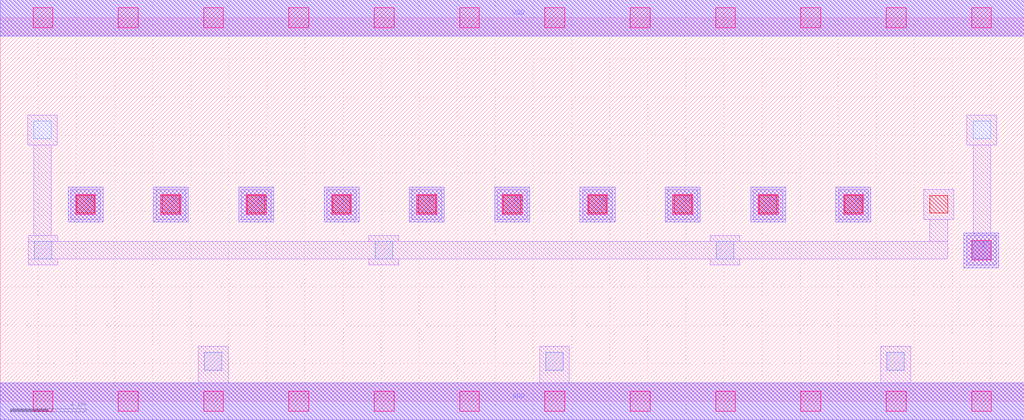
<source format=lef>
MACRO MUX5
 CLASS CORE ;
 FOREIGN MUX5 0 0 ;
 SIZE 13.44 BY 5.04 ;
 ORIGIN 0 0 ;
 SYMMETRY X Y R90 ;
 SITE unit ;
  PIN VDD
   DIRECTION INOUT ;
   USE POWER ;
   SHAPE ABUTMENT ;
    PORT
     CLASS CORE ;
       LAYER met1 ;
        RECT 0.00000000 4.80000000 13.44000000 5.28000000 ;
       LAYER met2 ;
        RECT 0.00000000 4.80000000 13.44000000 5.28000000 ;
    END
  END VDD

  PIN GND
   DIRECTION INOUT ;
   USE POWER ;
   SHAPE ABUTMENT ;
    PORT
     CLASS CORE ;
       LAYER met1 ;
        RECT 0.00000000 -0.24000000 13.44000000 0.24000000 ;
       LAYER met2 ;
        RECT 0.00000000 -0.24000000 13.44000000 0.24000000 ;
    END
  END GND

  PIN Z
   DIRECTION INOUT ;
   USE SIGNAL ;
   SHAPE ABUTMENT ;
    PORT
     CLASS CORE ;
       LAYER met2 ;
        RECT 12.65000000 1.75500000 13.11000000 2.21500000 ;
    END
  END Z

  PIN IN2
   DIRECTION INOUT ;
   USE SIGNAL ;
   SHAPE ABUTMENT ;
    PORT
     CLASS CORE ;
       LAYER met2 ;
        RECT 3.13000000 2.35700000 3.59000000 2.81700000 ;
    END
  END IN2

  PIN S2
   DIRECTION INOUT ;
   USE SIGNAL ;
   SHAPE ABUTMENT ;
    PORT
     CLASS CORE ;
       LAYER met2 ;
        RECT 4.25000000 2.35700000 4.71000000 2.81700000 ;
    END
  END S2

  PIN IN4
   DIRECTION INOUT ;
   USE SIGNAL ;
   SHAPE ABUTMENT ;
    PORT
     CLASS CORE ;
       LAYER met2 ;
        RECT 10.97000000 2.35700000 11.43000000 2.81700000 ;
    END
  END IN4

  PIN S4
   DIRECTION INOUT ;
   USE SIGNAL ;
   SHAPE ABUTMENT ;
    PORT
     CLASS CORE ;
       LAYER met2 ;
        RECT 9.85000000 2.35700000 10.31000000 2.81700000 ;
    END
  END S4

  PIN S0
   DIRECTION INOUT ;
   USE SIGNAL ;
   SHAPE ABUTMENT ;
    PORT
     CLASS CORE ;
       LAYER met2 ;
        RECT 0.89000000 2.35700000 1.35000000 2.81700000 ;
    END
  END S0

  PIN IN1
   DIRECTION INOUT ;
   USE SIGNAL ;
   SHAPE ABUTMENT ;
    PORT
     CLASS CORE ;
       LAYER met2 ;
        RECT 6.49000000 2.35700000 6.95000000 2.81700000 ;
    END
  END IN1

  PIN IN3
   DIRECTION INOUT ;
   USE SIGNAL ;
   SHAPE ABUTMENT ;
    PORT
     CLASS CORE ;
       LAYER met2 ;
        RECT 7.61000000 2.35700000 8.07000000 2.81700000 ;
    END
  END IN3

  PIN S3
   DIRECTION INOUT ;
   USE SIGNAL ;
   SHAPE ABUTMENT ;
    PORT
     CLASS CORE ;
       LAYER met2 ;
        RECT 8.73000000 2.35700000 9.19000000 2.81700000 ;
    END
  END S3

  PIN S1
   DIRECTION INOUT ;
   USE SIGNAL ;
   SHAPE ABUTMENT ;
    PORT
     CLASS CORE ;
       LAYER met2 ;
        RECT 5.37000000 2.35700000 5.83000000 2.81700000 ;
    END
  END S1

  PIN IN0
   DIRECTION INOUT ;
   USE SIGNAL ;
   SHAPE ABUTMENT ;
    PORT
     CLASS CORE ;
       LAYER met2 ;
        RECT 2.01000000 2.35700000 2.47000000 2.81700000 ;
    END
  END IN0

 OBS
    LAYER polycont ;
     RECT 1.00500000 2.47200000 1.23500000 2.70200000 ;
     RECT 2.12500000 2.47200000 2.35500000 2.70200000 ;
     RECT 3.24500000 2.47200000 3.47500000 2.70200000 ;
     RECT 4.36500000 2.47200000 4.59500000 2.70200000 ;
     RECT 5.48500000 2.47200000 5.71500000 2.70200000 ;
     RECT 6.60500000 2.47200000 6.83500000 2.70200000 ;
     RECT 7.72500000 2.47200000 7.95500000 2.70200000 ;
     RECT 8.84500000 2.47200000 9.07500000 2.70200000 ;
     RECT 9.96500000 2.47200000 10.19500000 2.70200000 ;
     RECT 11.08500000 2.47200000 11.31500000 2.70200000 ;
     RECT 12.20500000 2.47200000 12.43500000 2.70200000 ;

    LAYER pdiffc ;
     RECT 0.44000000 3.45000000 0.67000000 3.68000000 ;
     RECT 12.77000000 3.45000000 13.00000000 3.68000000 ;

    LAYER ndiffc ;
     RECT 2.68000000 0.41000000 2.91000000 0.64000000 ;
     RECT 7.16000000 0.41000000 7.39000000 0.64000000 ;
     RECT 11.64000000 0.41000000 11.87000000 0.64000000 ;
     RECT 0.44500000 1.87000000 0.67500000 2.10000000 ;
     RECT 4.92000000 1.87000000 5.15000000 2.10000000 ;
     RECT 9.40000000 1.87000000 9.63000000 2.10000000 ;
     RECT 12.76500000 1.87000000 12.99500000 2.10000000 ;

    LAYER met1 ;
     RECT 0.00000000 -0.24000000 13.44000000 0.24000000 ;
     RECT 2.60000000 0.24000000 2.99000000 0.72000000 ;
     RECT 7.08000000 0.24000000 7.47000000 0.72000000 ;
     RECT 11.56000000 0.24000000 11.95000000 0.72000000 ;
     RECT 0.92500000 2.39200000 1.31500000 2.78200000 ;
     RECT 2.04500000 2.39200000 2.43500000 2.78200000 ;
     RECT 3.16500000 2.39200000 3.55500000 2.78200000 ;
     RECT 4.28500000 2.39200000 4.67500000 2.78200000 ;
     RECT 5.40500000 2.39200000 5.79500000 2.78200000 ;
     RECT 6.52500000 2.39200000 6.91500000 2.78200000 ;
     RECT 7.64500000 2.39200000 8.03500000 2.78200000 ;
     RECT 8.76500000 2.39200000 9.15500000 2.78200000 ;
     RECT 9.88500000 2.39200000 10.27500000 2.78200000 ;
     RECT 11.00500000 2.39200000 11.39500000 2.78200000 ;
     RECT 0.36500000 1.79000000 0.75500000 1.87000000 ;
     RECT 4.84000000 1.79000000 5.23000000 1.87000000 ;
     RECT 9.32000000 1.79000000 9.71000000 1.87000000 ;
     RECT 0.36500000 1.87000000 12.43500000 2.10000000 ;
     RECT 0.36500000 2.10000000 0.75500000 2.18000000 ;
     RECT 4.84000000 2.10000000 5.23000000 2.18000000 ;
     RECT 9.32000000 2.10000000 9.71000000 2.18000000 ;
     RECT 12.20500000 2.10000000 12.43500000 2.39200000 ;
     RECT 12.12500000 2.39200000 12.51500000 2.78200000 ;
     RECT 0.44000000 2.18000000 0.67000000 3.37000000 ;
     RECT 0.36000000 3.37000000 0.75000000 3.76000000 ;
     RECT 12.68500000 1.79000000 13.07500000 2.18000000 ;
     RECT 12.77000000 2.18000000 13.00000000 3.37000000 ;
     RECT 12.69000000 3.37000000 13.08000000 3.76000000 ;
     RECT 0.00000000 4.80000000 13.44000000 5.28000000 ;

    LAYER via1 ;
     RECT 0.43000000 -0.13000000 0.69000000 0.13000000 ;
     RECT 1.55000000 -0.13000000 1.81000000 0.13000000 ;
     RECT 2.67000000 -0.13000000 2.93000000 0.13000000 ;
     RECT 3.79000000 -0.13000000 4.05000000 0.13000000 ;
     RECT 4.91000000 -0.13000000 5.17000000 0.13000000 ;
     RECT 6.03000000 -0.13000000 6.29000000 0.13000000 ;
     RECT 7.15000000 -0.13000000 7.41000000 0.13000000 ;
     RECT 8.27000000 -0.13000000 8.53000000 0.13000000 ;
     RECT 9.39000000 -0.13000000 9.65000000 0.13000000 ;
     RECT 10.51000000 -0.13000000 10.77000000 0.13000000 ;
     RECT 11.63000000 -0.13000000 11.89000000 0.13000000 ;
     RECT 12.75000000 -0.13000000 13.01000000 0.13000000 ;
     RECT 12.75000000 1.85500000 13.01000000 2.11500000 ;
     RECT 0.99000000 2.45700000 1.25000000 2.71700000 ;
     RECT 2.11000000 2.45700000 2.37000000 2.71700000 ;
     RECT 3.23000000 2.45700000 3.49000000 2.71700000 ;
     RECT 4.35000000 2.45700000 4.61000000 2.71700000 ;
     RECT 5.47000000 2.45700000 5.73000000 2.71700000 ;
     RECT 6.59000000 2.45700000 6.85000000 2.71700000 ;
     RECT 7.71000000 2.45700000 7.97000000 2.71700000 ;
     RECT 8.83000000 2.45700000 9.09000000 2.71700000 ;
     RECT 9.95000000 2.45700000 10.21000000 2.71700000 ;
     RECT 11.07000000 2.45700000 11.33000000 2.71700000 ;
     RECT 0.43000000 4.91000000 0.69000000 5.17000000 ;
     RECT 1.55000000 4.91000000 1.81000000 5.17000000 ;
     RECT 2.67000000 4.91000000 2.93000000 5.17000000 ;
     RECT 3.79000000 4.91000000 4.05000000 5.17000000 ;
     RECT 4.91000000 4.91000000 5.17000000 5.17000000 ;
     RECT 6.03000000 4.91000000 6.29000000 5.17000000 ;
     RECT 7.15000000 4.91000000 7.41000000 5.17000000 ;
     RECT 8.27000000 4.91000000 8.53000000 5.17000000 ;
     RECT 9.39000000 4.91000000 9.65000000 5.17000000 ;
     RECT 10.51000000 4.91000000 10.77000000 5.17000000 ;
     RECT 11.63000000 4.91000000 11.89000000 5.17000000 ;
     RECT 12.75000000 4.91000000 13.01000000 5.17000000 ;

    LAYER met2 ;
     RECT 0.00000000 -0.24000000 13.44000000 0.24000000 ;
     RECT 12.65000000 1.75500000 13.11000000 2.21500000 ;
     RECT 0.89000000 2.35700000 1.35000000 2.81700000 ;
     RECT 2.01000000 2.35700000 2.47000000 2.81700000 ;
     RECT 3.13000000 2.35700000 3.59000000 2.81700000 ;
     RECT 4.25000000 2.35700000 4.71000000 2.81700000 ;
     RECT 5.37000000 2.35700000 5.83000000 2.81700000 ;
     RECT 6.49000000 2.35700000 6.95000000 2.81700000 ;
     RECT 7.61000000 2.35700000 8.07000000 2.81700000 ;
     RECT 8.73000000 2.35700000 9.19000000 2.81700000 ;
     RECT 9.85000000 2.35700000 10.31000000 2.81700000 ;
     RECT 10.97000000 2.35700000 11.43000000 2.81700000 ;
     RECT 0.00000000 4.80000000 13.44000000 5.28000000 ;

 END
END MUX5

</source>
